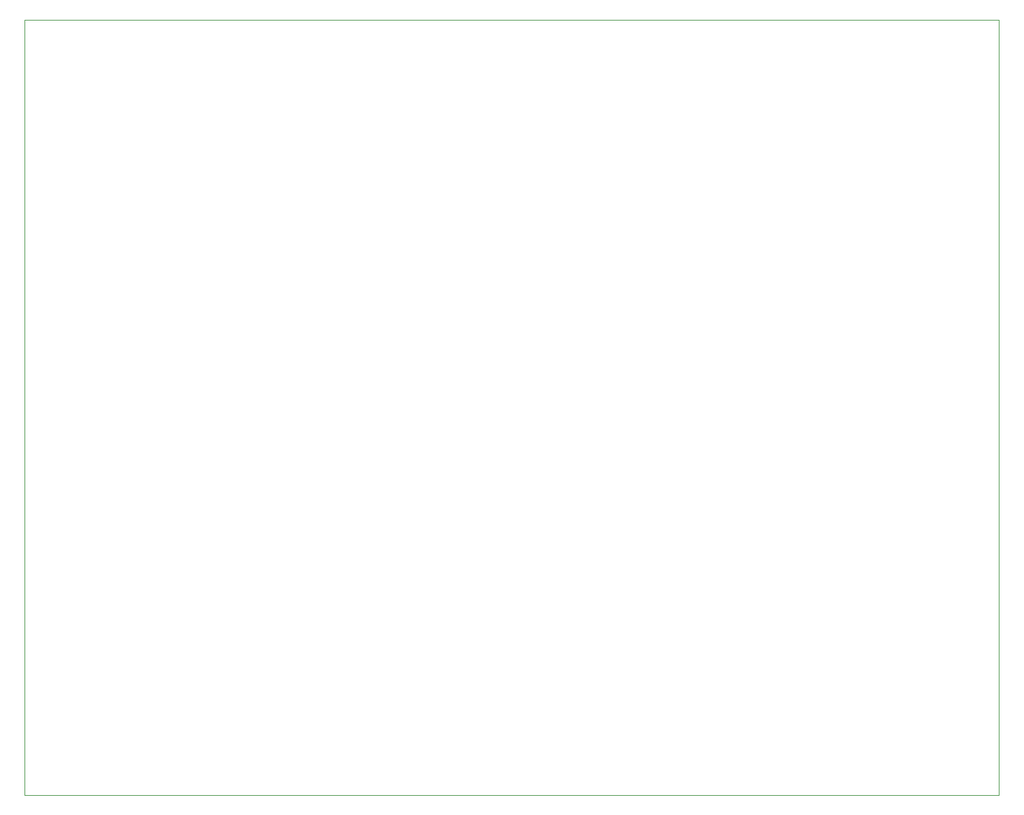
<source format=gbr>
%TF.GenerationSoftware,KiCad,Pcbnew,(7.0.0)*%
%TF.CreationDate,2023-03-05T15:13:50+10:30*%
%TF.ProjectId,ProtoBoard,50726f74-6f42-46f6-9172-642e6b696361,rev?*%
%TF.SameCoordinates,Original*%
%TF.FileFunction,Profile,NP*%
%FSLAX46Y46*%
G04 Gerber Fmt 4.6, Leading zero omitted, Abs format (unit mm)*
G04 Created by KiCad (PCBNEW (7.0.0)) date 2023-03-05 15:13:50*
%MOMM*%
%LPD*%
G01*
G04 APERTURE LIST*
%TA.AperFunction,Profile*%
%ADD10C,0.100000*%
%TD*%
G04 APERTURE END LIST*
D10*
X86233000Y-44958000D02*
X210693000Y-44958000D01*
X210693000Y-44958000D02*
X210693000Y-144018000D01*
X210693000Y-144018000D02*
X86233000Y-144018000D01*
X86233000Y-144018000D02*
X86233000Y-44958000D01*
M02*

</source>
